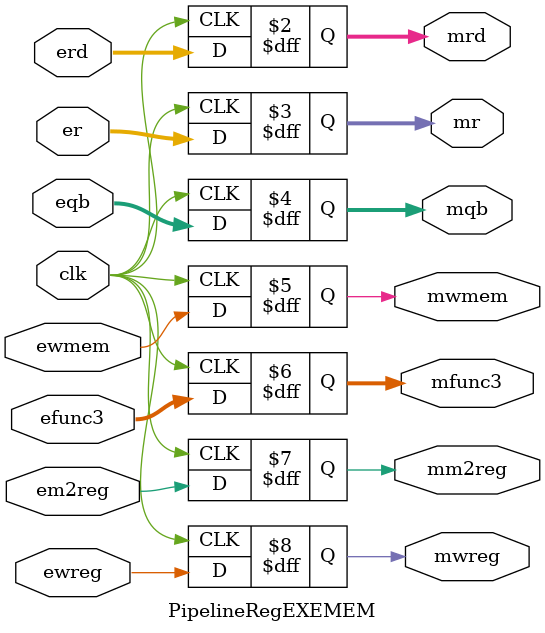
<source format=v>
/**
    This modules implements the EXE/MEM pipeline register in our pipelined
        RV64 CPU. This is effectively just an array of D flip flops.
    @author: BlackIsDevin (https://github.com/BlackIsDevin)

    @param {5} erd: 5-bit input for destination register address
    @param {64} er: 64-bit input for execution result
    @param {64} eqb: 64-bit input for rs2 register value
    @param {1} ewmem: 1-bit input for memory-write flag
    @param {3} efunc3: 3-bit input for function code
    @param {1} em2reg: 1-bit input for WB Mux select flag
    @param {1} ewreg: 1-bit input for register-write flag
    @param {1} clk: 1-bit input for clock signal

    @param {5} mrd: 5-bit output for destination register address
    @param {64} mr: 64-bit output for execution result
    @param {64} mqb: 64-bit output for rs2 register value
    @param {1} mwmem: 1-bit output for memory-write flag
    @param {3} mfunc3: 3-bit output for function code
    @param {1} mm2reg: 1-bit output for WB Mux select flag
    @param {1} mwreg: 1-bit output for register-write flag
*/

module PipelineRegEXEMEM (
    input [4:0] erd,
    input [63:0] er, eqb,
    input ewmem,
    input [2:0] efunc3,
    input em2reg, ewreg,
    input clk,

    output reg [4:0] mrd,
    output reg [63:0] mr, mqb,
    output reg mwmem,
    output reg [2:0] mfunc3,
    output reg mm2reg, mwreg
);

    always @(posedge clk) begin
        mrd <= erd;
        mr <= er;
        mqb <= eqb;
        mwmem <= ewmem;
        mfunc3 <= efunc3;
        mm2reg <= em2reg;
        mwreg <= ewreg;
    end

endmodule
</source>
